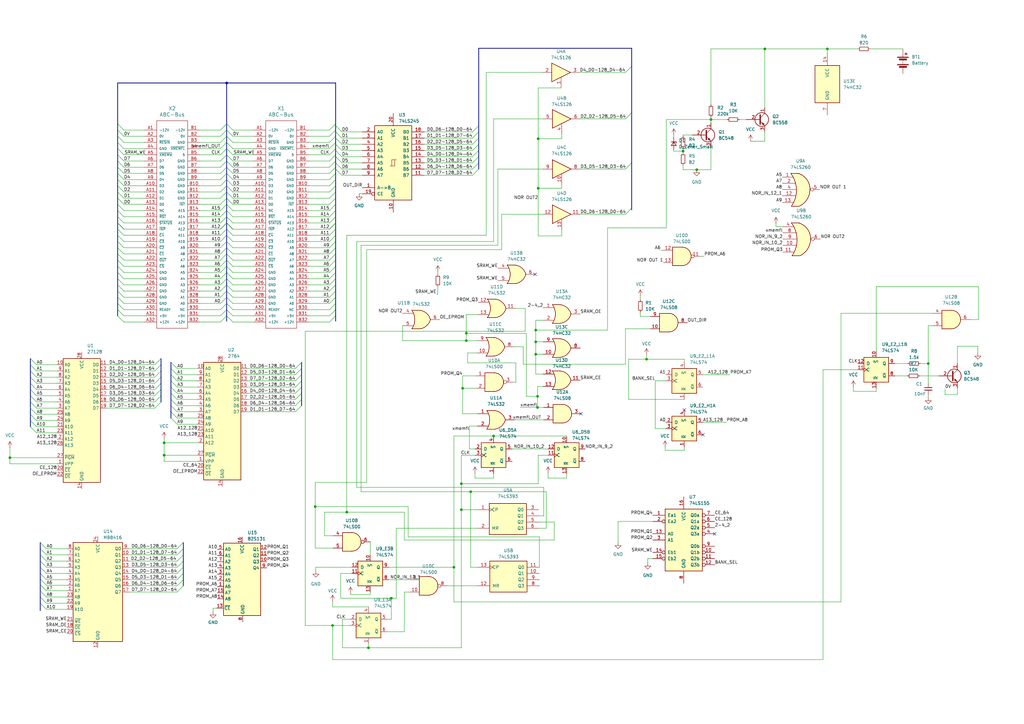
<source format=kicad_sch>
(kicad_sch (version 20230121) (generator eeschema)

  (uuid 1fe80e5b-6853-4540-b8de-9c1cdbc71886)

  (paper "A3")

  

  (junction (at 160.528 245.364) (diameter 0) (color 0 0 0 0)
    (uuid 083a0085-13c7-4879-bbc6-3e7f6a003d9c)
  )
  (junction (at 220.726 77.216) (diameter 0) (color 0 0 0 0)
    (uuid 17c54398-d9bd-471c-823b-f1e0c7976a79)
  )
  (junction (at 280.162 61.976) (diameter 0) (color 0 0 0 0)
    (uuid 19d150c0-3be4-4328-951c-4cc57f9bc27a)
  )
  (junction (at 151.13 265.684) (diameter 0) (color 0 0 0 0)
    (uuid 1e6fd41b-f533-4a99-bd91-dadef818be6e)
  )
  (junction (at 129.286 207.772) (diameter 0) (color 0 0 0 0)
    (uuid 216eb43b-857a-4b33-a98a-52d44c377991)
  )
  (junction (at 291.592 49.022) (diameter 0) (color 0 0 0 0)
    (uuid 257cef61-b184-4320-9dc1-16f40f370b46)
  )
  (junction (at 220.472 162.56) (diameter 0) (color 0 0 0 0)
    (uuid 2a882c47-68dc-4400-937f-50a068e0d055)
  )
  (junction (at 136.398 256.54) (diameter 0) (color 0 0 0 0)
    (uuid 3329aa7b-ce4c-4226-a32c-8878ec227235)
  )
  (junction (at 189.23 209.042) (diameter 0) (color 0 0 0 0)
    (uuid 33314958-3819-4d34-b5b9-f22a580ec9b4)
  )
  (junction (at 189.23 198.374) (diameter 0) (color 0 0 0 0)
    (uuid 3b1594c7-9f19-4299-8808-577339731381)
  )
  (junction (at 67.31 181.61) (diameter 0) (color 0 0 0 0)
    (uuid 3b36ae99-999b-4ef2-98d3-a89de6641b72)
  )
  (junction (at 380.746 149.098) (diameter 0) (color 0 0 0 0)
    (uuid 3e50b6b0-37fc-43b0-b637-dd04b23a8459)
  )
  (junction (at 219.71 140.208) (diameter 0) (color 0 0 0 0)
    (uuid 48e06f28-fa2e-404a-a44b-2adaccdd151a)
  )
  (junction (at 92.964 34.036) (diameter 0) (color 0 0 0 0)
    (uuid 492a6a70-6e7d-422c-a64d-1c8f0df935dd)
  )
  (junction (at 191.262 136.652) (diameter 0) (color 0 0 0 0)
    (uuid 51f71279-1231-441d-beac-ddf5dc317663)
  )
  (junction (at 186.182 232.664) (diameter 0) (color 0 0 0 0)
    (uuid 5b7c04a5-ab1a-4874-a2be-fddb27209822)
  )
  (junction (at 193.04 201.676) (diameter 0) (color 0 0 0 0)
    (uuid 8c86044b-3c04-4d4e-b64a-9cf7007e580d)
  )
  (junction (at 265.176 147.32) (diameter 0) (color 0 0 0 0)
    (uuid 8e80f299-3fe9-4ded-93e0-c9a450467528)
  )
  (junction (at 220.472 167.132) (diameter 0) (color 0 0 0 0)
    (uuid 94566f0b-e37a-4ecc-a454-4c8d1d1a8108)
  )
  (junction (at 189.738 159.258) (diameter 0) (color 0 0 0 0)
    (uuid 977d3528-35ac-47b4-b3bd-eb44ad5ba086)
  )
  (junction (at 313.69 20.066) (diameter 0) (color 0 0 0 0)
    (uuid 9e3c81f2-434e-441e-b5bf-d8eaa1dd1d1a)
  )
  (junction (at 4.064 187.706) (diameter 0) (color 0 0 0 0)
    (uuid bccf581e-520b-449b-895b-116a0c963571)
  )
  (junction (at 339.344 20.066) (diameter 0) (color 0 0 0 0)
    (uuid d3cc2123-9686-45d8-babf-23bbd1464c6a)
  )
  (junction (at 191.262 139.7) (diameter 0) (color 0 0 0 0)
    (uuid d688639f-454f-4fae-91da-986359c12e45)
  )
  (junction (at 202.438 178.816) (diameter 0) (color 0 0 0 0)
    (uuid dfdfe3cf-a4dd-4304-97f5-0bc0c98da958)
  )
  (junction (at 219.71 145.288) (diameter 0) (color 0 0 0 0)
    (uuid ea4cd59a-d1b7-4612-8cf6-9feeec9faa27)
  )
  (junction (at 285.75 69.596) (diameter 0) (color 0 0 0 0)
    (uuid ec608603-0d0d-40a5-914d-05f902e033b1)
  )
  (junction (at 220.726 56.896) (diameter 0) (color 0 0 0 0)
    (uuid f051310c-6309-45b9-b28a-018e19c461a3)
  )
  (junction (at 219.71 135.382) (diameter 0) (color 0 0 0 0)
    (uuid f08b0c86-37d2-46d8-8bca-c0398c12cf33)
  )
  (junction (at 142.24 210.058) (diameter 0) (color 0 0 0 0)
    (uuid f729d6d2-e27d-48f1-8808-8d27fcea1b33)
  )
  (junction (at 67.31 186.69) (diameter 0) (color 0 0 0 0)
    (uuid fcdcc982-0a29-40b8-99f5-4e6a46306a79)
  )

  (no_connect (at 288.29 178.308) (uuid 615fc501-b435-48c7-8082-e0461a956443))
  (no_connect (at 280.67 168.148) (uuid 721193dd-6fb6-467c-a0e1-5cee5b782fec))
  (no_connect (at 219.456 112.522) (uuid 8817e129-ed40-4735-9c5c-59f040d38a48))
  (no_connect (at 293.116 218.948) (uuid 8ea4d7b7-08d1-43b9-94c3-629059cd826a))
  (no_connect (at 238.252 169.672) (uuid dba34b95-96cf-4ae7-abe0-acfc19bd1637))

  (bus_entry (at 92.964 91.44) (size 2.54 2.54)
    (stroke (width 0) (type default))
    (uuid 00485251-7805-4fdd-9fe5-8a21388bb0de)
  )
  (bus_entry (at 48.26 114.3) (size 2.54 2.54)
    (stroke (width 0) (type default))
    (uuid 00970c4d-ac11-4178-810d-b25b944f259f)
  )
  (bus_entry (at 92.964 76.2) (size -2.54 2.54)
    (stroke (width 0) (type default))
    (uuid 024591ca-04d1-40a5-ba59-e8f1d2c95f5c)
  )
  (bus_entry (at 137.668 73.66) (size -2.54 2.54)
    (stroke (width 0) (type default))
    (uuid 03d08e0d-d5a0-42e2-ac71-65ef530bb2de)
  )
  (bus_entry (at 12.446 149.606) (size 2.54 2.54)
    (stroke (width 0) (type default))
    (uuid 0581ff5a-901e-4bea-ae02-73079f9d3277)
  )
  (bus_entry (at 92.964 99.06) (size -2.54 2.54)
    (stroke (width 0) (type default))
    (uuid 0622a24e-2279-4c10-b919-9a05f7ed734e)
  )
  (bus_entry (at 75.184 225.044) (size -2.54 2.54)
    (stroke (width 0) (type default))
    (uuid 06fb63aa-c0c8-45b6-8e1f-3851f2c3bfcd)
  )
  (bus_entry (at 48.26 91.44) (size 2.54 2.54)
    (stroke (width 0) (type default))
    (uuid 0780eada-d977-4412-a546-42f360b275b6)
  )
  (bus_entry (at 66.04 147.066) (size -2.54 2.54)
    (stroke (width 0) (type default))
    (uuid 09c63a05-536b-46fa-a7cc-7018800e4086)
  )
  (bus_entry (at 92.964 78.74) (size -2.54 2.54)
    (stroke (width 0) (type default))
    (uuid 0b056d9f-8df9-424a-8e16-aa6b1ebd14f6)
  )
  (bus_entry (at 137.668 78.74) (size -2.54 2.54)
    (stroke (width 0) (type default))
    (uuid 0ebaccf4-3860-418e-bf7a-c1953d96477f)
  )
  (bus_entry (at 48.26 63.5) (size 2.54 2.54)
    (stroke (width 0) (type default))
    (uuid 0efa25d1-97b2-4b16-afef-355a8227df06)
  )
  (bus_entry (at 123.698 153.67) (size -2.54 2.54)
    (stroke (width 0) (type default))
    (uuid 0ff4aea1-4e77-4e15-98b4-1cd6b641e647)
  )
  (bus_entry (at 137.668 106.68) (size -2.54 2.54)
    (stroke (width 0) (type default))
    (uuid 1011765d-bb98-4b36-9b21-75afbaa8d53c)
  )
  (bus_entry (at 92.964 111.76) (size -2.54 2.54)
    (stroke (width 0) (type default))
    (uuid 10d3ed89-6a19-4757-9559-41d781bda973)
  )
  (bus_entry (at 92.964 104.14) (size 2.54 2.54)
    (stroke (width 0) (type default))
    (uuid 10e6b49d-cbb5-4391-872e-1089badee338)
  )
  (bus_entry (at 70.104 168.91) (size 2.54 2.54)
    (stroke (width 0) (type default))
    (uuid 117d9d80-4def-4039-8e87-3790d1f6ddd7)
  )
  (bus_entry (at 92.964 60.96) (size 2.54 2.54)
    (stroke (width 0) (type default))
    (uuid 11e801a1-68c7-4793-85aa-1a781fe0c3d9)
  )
  (bus_entry (at 137.668 127) (size -2.54 2.54)
    (stroke (width 0) (type default))
    (uuid 14cee741-f971-4569-8cbc-7b5624ab7429)
  )
  (bus_entry (at 256.54 29.718) (size 2.54 -2.54)
    (stroke (width 0) (type default))
    (uuid 152865c9-8ed3-410e-a222-8367886d9dfb)
  )
  (bus_entry (at 256.54 87.884) (size 2.54 -2.54)
    (stroke (width 0) (type default))
    (uuid 15b6299f-2d8a-4ed4-9004-eb21644682b7)
  )
  (bus_entry (at 137.668 64.262) (size 2.54 2.54)
    (stroke (width 0) (type default))
    (uuid 16a1ce12-a446-4c17-a6bc-9d5ee6281324)
  )
  (bus_entry (at 92.964 109.22) (size 2.54 2.54)
    (stroke (width 0) (type default))
    (uuid 19dd9647-e648-409a-aa3e-7b56465a45b9)
  )
  (bus_entry (at 92.964 83.82) (size -2.54 2.54)
    (stroke (width 0) (type default))
    (uuid 1ac048cf-09ec-46dd-89a7-f7f0370d2c08)
  )
  (bus_entry (at 12.446 152.146) (size 2.54 2.54)
    (stroke (width 0) (type default))
    (uuid 1d947fbc-c8df-4510-b135-b754dc9dd2a7)
  )
  (bus_entry (at 92.964 66.04) (size 2.54 2.54)
    (stroke (width 0) (type default))
    (uuid 1df21f75-9fef-4229-933a-595fba479956)
  )
  (bus_entry (at 92.964 121.92) (size 2.54 2.54)
    (stroke (width 0) (type default))
    (uuid 202657b9-b5ba-4d22-97ee-50a4f951fca3)
  )
  (bus_entry (at 92.964 55.88) (size 2.54 2.54)
    (stroke (width 0) (type default))
    (uuid 209fa626-8ee5-4b05-bcd0-069b6faa3a00)
  )
  (bus_entry (at 92.964 88.9) (size -2.54 2.54)
    (stroke (width 0) (type default))
    (uuid 20d2d5a8-f2e8-4973-9483-62c57ce2d615)
  )
  (bus_entry (at 16.51 235.204) (size 2.54 2.54)
    (stroke (width 0) (type default))
    (uuid 2410d5ef-4767-4611-94c4-c7b4fa6124cb)
  )
  (bus_entry (at 137.668 101.6) (size -2.54 2.54)
    (stroke (width 0) (type default))
    (uuid 24149c4e-195e-4e2f-ade7-38d40653f89b)
  )
  (bus_entry (at 48.26 66.04) (size 2.54 2.54)
    (stroke (width 0) (type default))
    (uuid 249a46fb-595c-4716-8a11-6d5a94d25205)
  )
  (bus_entry (at 137.668 66.802) (size 2.54 2.54)
    (stroke (width 0) (type default))
    (uuid 24f6d23c-a7d0-40c1-9d44-6fd8eef8cdb6)
  )
  (bus_entry (at 137.668 69.342) (size 2.54 2.54)
    (stroke (width 0) (type default))
    (uuid 25cb046d-24eb-4213-ab73-f9de3f895d0b)
  )
  (bus_entry (at 66.04 154.686) (size -2.54 2.54)
    (stroke (width 0) (type default))
    (uuid 27306a72-67e4-441d-b808-97ca4f9745f2)
  )
  (bus_entry (at 92.964 114.3) (size -2.54 2.54)
    (stroke (width 0) (type default))
    (uuid 280243c0-3af9-4c7a-9718-552a6ebab0d7)
  )
  (bus_entry (at 92.964 63.5) (size 2.54 2.54)
    (stroke (width 0) (type default))
    (uuid 28106c80-793a-4c4a-80fb-4a87b98146dc)
  )
  (bus_entry (at 12.446 159.766) (size 2.54 2.54)
    (stroke (width 0) (type default))
    (uuid 286e7eb4-2b8f-433c-b353-1d45e20ff19e)
  )
  (bus_entry (at 12.446 175.006) (size 2.54 2.54)
    (stroke (width 0) (type default))
    (uuid 29a18c7c-546f-4387-92a4-06ab0e43892e)
  )
  (bus_entry (at 92.964 121.92) (size -2.54 2.54)
    (stroke (width 0) (type default))
    (uuid 29ceb423-1639-441a-82e0-97a444c6d10b)
  )
  (bus_entry (at 48.26 55.88) (size 2.54 2.54)
    (stroke (width 0) (type default))
    (uuid 2bfa4ecb-151d-4782-b445-b9bd9ba73db5)
  )
  (bus_entry (at 137.668 58.42) (size -2.54 2.54)
    (stroke (width 0) (type default))
    (uuid 2dcf0fd2-0d18-4fff-b5b4-5ba214878186)
  )
  (bus_entry (at 16.51 247.396) (size 2.54 2.54)
    (stroke (width 0) (type default))
    (uuid 2e7da94f-e22b-415f-aeba-5ed5dd52cd4c)
  )
  (bus_entry (at 137.668 114.3) (size -2.54 2.54)
    (stroke (width 0) (type default))
    (uuid 3046bc44-ca88-4a2a-b9b0-9d0183cb8593)
  )
  (bus_entry (at 12.446 167.386) (size 2.54 2.54)
    (stroke (width 0) (type default))
    (uuid 3063d7ce-ba57-41c5-893e-1282b1b671d0)
  )
  (bus_entry (at 137.668 56.642) (size 2.54 2.54)
    (stroke (width 0) (type default))
    (uuid 31501e8f-1528-4de0-9829-0c67c62d7607)
  )
  (bus_entry (at 12.446 172.466) (size 2.54 2.54)
    (stroke (width 0) (type default))
    (uuid 321b629d-b67f-43f1-ae1e-a30adc781263)
  )
  (bus_entry (at 48.26 68.58) (size 2.54 2.54)
    (stroke (width 0) (type default))
    (uuid 333eda34-c0d3-4912-8721-c8c7cbed818d)
  )
  (bus_entry (at 48.26 119.38) (size 2.54 2.54)
    (stroke (width 0) (type default))
    (uuid 33f87245-c97b-4f85-bcdd-6e2ac642e9bc)
  )
  (bus_entry (at 92.964 55.88) (size -2.54 2.54)
    (stroke (width 0) (type default))
    (uuid 35be44ee-4962-4e7f-8b6a-8258d6e5b11e)
  )
  (bus_entry (at 66.04 149.606) (size -2.54 2.54)
    (stroke (width 0) (type default))
    (uuid 35db8396-eb02-49cf-934d-65bf492e1f1a)
  )
  (bus_entry (at 12.446 169.926) (size 2.54 2.54)
    (stroke (width 0) (type default))
    (uuid 3872e11b-8a84-4d7d-8be7-856bbc8de274)
  )
  (bus_entry (at 137.668 54.102) (size 2.54 2.54)
    (stroke (width 0) (type default))
    (uuid 3a8f009f-fa11-458f-90d0-6a72a3bfd769)
  )
  (bus_entry (at 196.342 61.722) (size -2.54 2.54)
    (stroke (width 0) (type default))
    (uuid 3cf2a6b8-034f-46a0-be58-de05e879f03f)
  )
  (bus_entry (at 92.964 71.12) (size 2.54 2.54)
    (stroke (width 0) (type default))
    (uuid 3de19e06-57e8-4516-a646-8eb6f9a5805e)
  )
  (bus_entry (at 48.26 73.66) (size 2.54 2.54)
    (stroke (width 0) (type default))
    (uuid 3ffd3f79-e7cf-4ef2-ae4a-af95471d67c6)
  )
  (bus_entry (at 137.668 60.96) (size -2.54 2.54)
    (stroke (width 0) (type default))
    (uuid 40332f82-e8c4-43a7-bd8e-51398f3a94d9)
  )
  (bus_entry (at 92.964 71.12) (size -2.54 2.54)
    (stroke (width 0) (type default))
    (uuid 406c8876-e82b-4251-a23a-dbb1c01e59b1)
  )
  (bus_entry (at 48.26 91.44) (size 2.54 2.54)
    (stroke (width 0) (type default))
    (uuid 40f2eb4b-873d-43c3-be3b-eca881e34cf3)
  )
  (bus_entry (at 137.668 88.9) (size -2.54 2.54)
    (stroke (width 0) (type default))
    (uuid 432d308b-d900-4cbb-a95c-810ea976228c)
  )
  (bus_entry (at 16.51 222.504) (size 2.54 2.54)
    (stroke (width 0) (type default))
    (uuid 44a166f6-dae6-4a0e-84b5-48bbe6b880de)
  )
  (bus_entry (at 137.668 83.82) (size -2.54 2.54)
    (stroke (width 0) (type default))
    (uuid 453019ad-d965-449d-93bc-8ebeaee9e01f)
  )
  (bus_entry (at 137.668 71.12) (size -2.54 2.54)
    (stroke (width 0) (type default))
    (uuid 4b0b29bc-d68a-4fe3-8514-2bb25e3b5af7)
  )
  (bus_entry (at 70.104 151.13) (size 2.54 2.54)
    (stroke (width 0) (type default))
    (uuid 4da51867-6301-4395-93da-191735760f67)
  )
  (bus_entry (at 70.104 166.37) (size 2.54 2.54)
    (stroke (width 0) (type default))
    (uuid 4e27a7ea-c442-4b68-aab9-4f5b76093964)
  )
  (bus_entry (at 16.51 239.776) (size 2.54 2.54)
    (stroke (width 0) (type default))
    (uuid 4ea295e6-7d5b-42a2-8c59-d47c5aa08860)
  )
  (bus_entry (at 48.26 78.74) (size 2.54 2.54)
    (stroke (width 0) (type default))
    (uuid 4ee8fac0-2f0d-42e4-9756-8d6cf44f8092)
  )
  (bus_entry (at 48.26 96.52) (size 2.54 2.54)
    (stroke (width 0) (type default))
    (uuid 503fd952-84ed-4f79-97b0-315e616ac8be)
  )
  (bus_entry (at 92.964 119.38) (size -2.54 2.54)
    (stroke (width 0) (type default))
    (uuid 51478c2b-4b61-4bd1-8f17-b2b6edde99d2)
  )
  (bus_entry (at 12.446 162.306) (size 2.54 2.54)
    (stroke (width 0) (type default))
    (uuid 51c1cdfa-da98-4aa1-b936-3ca968ac724f)
  )
  (bus_entry (at 48.26 58.42) (size 2.54 2.54)
    (stroke (width 0) (type default))
    (uuid 51df976c-c60d-42ff-a09d-5eac43dd42f1)
  )
  (bus_entry (at 48.26 109.22) (size 2.54 2.54)
    (stroke (width 0) (type default))
    (uuid 54c7f117-b931-4828-9f14-6820bb1a1fbb)
  )
  (bus_entry (at 66.04 164.846) (size -2.54 2.54)
    (stroke (width 0) (type default))
    (uuid 557a7558-f7cd-4d82-ac87-347563dfb50b)
  )
  (bus_entry (at 48.26 71.12) (size 2.54 2.54)
    (stroke (width 0) (type default))
    (uuid 56194b22-3a66-4e30-8a5c-d1a9c80e6c76)
  )
  (bus_entry (at 92.964 93.98) (size -2.54 2.54)
    (stroke (width 0) (type default))
    (uuid 56b51a65-85e2-4cb8-ac70-2b17a19683ff)
  )
  (bus_entry (at 75.184 222.504) (size -2.54 2.54)
    (stroke (width 0) (type default))
    (uuid 5824722d-e47f-45fa-bd05-d6d02e22b01f)
  )
  (bus_entry (at 137.668 124.46) (size -2.54 2.54)
    (stroke (width 0) (type default))
    (uuid 5a78922c-2949-4d74-9e9e-1d5447985bbe)
  )
  (bus_entry (at 196.342 66.802) (size -2.54 2.54)
    (stroke (width 0) (type default))
    (uuid 5c8d00ee-f0c1-4eda-93be-1e500f4ebaba)
  )
  (bus_entry (at 92.964 99.06) (size 2.54 2.54)
    (stroke (width 0) (type default))
    (uuid 5e3cb4db-e74e-4418-a05f-fa3709f1a30f)
  )
  (bus_entry (at 48.26 116.84) (size 2.54 2.54)
    (stroke (width 0) (type default))
    (uuid 5eb31a6f-c6da-4439-9e0c-b60ba319da60)
  )
  (bus_entry (at 92.964 66.04) (size -2.54 2.54)
    (stroke (width 0) (type default))
    (uuid 5f07f4c3-954a-4745-96ac-5e69f885aefc)
  )
  (bus_entry (at 123.698 161.29) (size -2.54 2.54)
    (stroke (width 0) (type default))
    (uuid 5f425365-593a-4d8c-838a-6b475e42dc8c)
  )
  (bus_entry (at 137.668 116.84) (size -2.54 2.54)
    (stroke (width 0) (type default))
    (uuid 5f6dc6c0-78b1-45ed-8dbe-bd2cb57e81f2)
  )
  (bus_entry (at 12.446 157.226) (size 2.54 2.54)
    (stroke (width 0) (type default))
    (uuid 641fe215-e210-4dc9-9e9b-ddcdfcc613f5)
  )
  (bus_entry (at 16.51 244.856) (size 2.54 2.54)
    (stroke (width 0) (type default))
    (uuid 650647e8-c848-40e1-bc63-d4eaab478061)
  )
  (bus_entry (at 196.342 51.562) (size -2.54 2.54)
    (stroke (width 0) (type default))
    (uuid 655a37c3-d44c-425b-bc17-b2d157f195b0)
  )
  (bus_entry (at 48.26 104.14) (size 2.54 2.54)
    (stroke (width 0) (type default))
    (uuid 675feeab-93f8-456b-876d-369b6c5eec71)
  )
  (bus_entry (at 92.964 124.46) (size 2.54 2.54)
    (stroke (width 0) (type default))
    (uuid 680204c5-61c6-4193-a8ce-a71d36259af0)
  )
  (bus_entry (at 123.698 166.37) (size -2.54 2.54)
    (stroke (width 0) (type default))
    (uuid 6813655f-8f01-49c3-a89c-d88dec0e0145)
  )
  (bus_entry (at 66.04 157.226) (size -2.54 2.54)
    (stroke (width 0) (type default))
    (uuid 6933b56a-e7bf-4c7a-b284-8f266c4071cf)
  )
  (bus_entry (at 92.964 109.22) (size -2.54 2.54)
    (stroke (width 0) (type default))
    (uuid 69c7e5f3-0e25-4a73-aee4-cfee8beced52)
  )
  (bus_entry (at 137.668 91.44) (size -2.54 2.54)
    (stroke (width 0) (type default))
    (uuid 6da2453e-7d4c-499b-ad9b-004a859294e6)
  )
  (bus_entry (at 137.668 51.562) (size 2.54 2.54)
    (stroke (width 0) (type default))
    (uuid 6f3ad3a3-5019-4e21-8555-6652ac6a8e89)
  )
  (bus_entry (at 92.964 101.6) (size -2.54 2.54)
    (stroke (width 0) (type default))
    (uuid 70861b44-e278-4cc6-b413-3449f53f0375)
  )
  (bus_entry (at 92.964 127) (size -2.54 2.54)
    (stroke (width 0) (type default))
    (uuid 70b24869-6a5c-45ed-94a4-a1348b6cb151)
  )
  (bus_entry (at 196.342 59.182) (size -2.54 2.54)
    (stroke (width 0) (type default))
    (uuid 72e3cb9b-4a0e-4f36-a3b0-99729da474f3)
  )
  (bus_entry (at 48.26 93.98) (size 2.54 2.54)
    (stroke (width 0) (type default))
    (uuid 758ecc7a-39e6-4e08-b58e-cfc973603489)
  )
  (bus_entry (at 92.964 106.68) (size -2.54 2.54)
    (stroke (width 0) (type default))
    (uuid 79256b7e-a937-4876-8071-afb78b3f7105)
  )
  (bus_entry (at 92.964 106.68) (size 2.54 2.54)
    (stroke (width 0) (type default))
    (uuid 7972a393-69d1-47ca-8cba-5ba862efcbb3)
  )
  (bus_entry (at 92.964 129.54) (size 2.54 2.54)
    (stroke (width 0) (type default))
    (uuid 7a1cedd8-4cbc-4829-8378-b969bb0fe3b9)
  )
  (bus_entry (at 92.964 58.42) (size 2.54 2.54)
    (stroke (width 0) (type default))
    (uuid 7a29215e-a579-4039-abd8-41a198c214f0)
  )
  (bus_entry (at 48.26 121.92) (size 2.54 2.54)
    (stroke (width 0) (type default))
    (uuid 7b531614-3520-47b7-b3d1-1269fa0df56e)
  )
  (bus_entry (at 70.104 163.83) (size 2.54 2.54)
    (stroke (width 0) (type default))
    (uuid 7b7ce5dd-283d-4f66-b7f3-557d40982532)
  )
  (bus_entry (at 12.446 147.066) (size 2.54 2.54)
    (stroke (width 0) (type default))
    (uuid 7edd3edf-6791-4ff5-9d77-8bbe00f388bc)
  )
  (bus_entry (at 137.668 104.14) (size -2.54 2.54)
    (stroke (width 0) (type default))
    (uuid 8151bf7e-b741-4fc5-a2cf-cf6f916da14d)
  )
  (bus_entry (at 92.964 83.82) (size 2.54 2.54)
    (stroke (width 0) (type default))
    (uuid 82074177-6800-4a02-acaa-c67aa5cd741f)
  )
  (bus_entry (at 123.698 156.21) (size -2.54 2.54)
    (stroke (width 0) (type default))
    (uuid 822e0328-edfe-4800-84d1-51f738043f65)
  )
  (bus_entry (at 92.964 124.46) (size -2.54 2.54)
    (stroke (width 0) (type default))
    (uuid 8278d704-96a5-460d-82a5-ece6fdf71085)
  )
  (bus_entry (at 137.668 86.36) (size -2.54 2.54)
    (stroke (width 0) (type default))
    (uuid 85fe31a6-0f57-4ad1-9f37-8ca8c151f041)
  )
  (bus_entry (at 48.26 88.9) (size 2.54 2.54)
    (stroke (width 0) (type default))
    (uuid 866cba33-9650-4ceb-918f-83ea3c2d673e)
  )
  (bus_entry (at 16.51 237.49) (size 2.54 2.54)
    (stroke (width 0) (type default))
    (uuid 8704fa1d-391f-4f43-b5ae-046298118dd1)
  )
  (bus_entry (at 92.964 96.52) (size 2.54 2.54)
    (stroke (width 0) (type default))
    (uuid 88dd2bff-b1ca-4bb2-9967-d966b530723a)
  )
  (bus_entry (at 92.964 73.66) (size 2.54 2.54)
    (stroke (width 0) (type default))
    (uuid 8b1d9437-652c-4b9b-99be-91ce60760eba)
  )
  (bus_entry (at 75.184 240.284) (size -2.54 2.54)
    (stroke (width 0) (type default))
    (uuid 8bda88ae-5e0f-44d8-a5b2-64c8c4fb30e1)
  )
  (bus_entry (at 66.04 159.766) (size -2.54 2.54)
    (stroke (width 0) (type default))
    (uuid 8dfc492e-3236-43df-bb7a-56ea3e981626)
  )
  (bus_entry (at 70.104 161.29) (size 2.54 2.54)
    (stroke (width 0) (type default))
    (uuid 8e961da6-1f55-415c-b0d2-796190d12504)
  )
  (bus_entry (at 137.668 59.182) (size 2.54 2.54)
    (stroke (width 0) (type default))
    (uuid 903a8251-4ea6-499f-8f1a-1ab7295882ab)
  )
  (bus_entry (at 75.184 232.664) (size -2.54 2.54)
    (stroke (width 0) (type default))
    (uuid 931226dc-ed4c-46bb-9e9c-826db0b4d98e)
  )
  (bus_entry (at 16.51 227.584) (size 2.54 2.54)
    (stroke (width 0) (type default))
    (uuid 9331b0c3-8167-4d12-9035-19d4d8ca9937)
  )
  (bus_entry (at 70.104 171.45) (size 2.54 2.54)
    (stroke (width 0) (type default))
    (uuid 95f86eb5-fef2-4c11-beef-62870f26cbdd)
  )
  (bus_entry (at 92.964 93.98) (size 2.54 2.54)
    (stroke (width 0) (type default))
    (uuid 980a6ed3-e184-4e86-b1fd-29cefbb08d3b)
  )
  (bus_entry (at 137.668 66.04) (size -2.54 2.54)
    (stroke (width 0) (type default))
    (uuid 9b05e0de-181b-47b8-8926-4f89b53baa31)
  )
  (bus_entry (at 92.964 127) (size 2.54 2.54)
    (stroke (width 0) (type default))
    (uuid 9b8451bc-f0ba-4967-8838-58c42d9f64d6)
  )
  (bus_entry (at 137.668 119.38) (size -2.54 2.54)
    (stroke (width 0) (type default))
    (uuid 9c877e84-bd8e-4e98-83f2-9e135b7a8cfd)
  )
  (bus_entry (at 16.51 230.124) (size 2.54 2.54)
    (stroke (width 0) (type default))
    (uuid 9d0a3f09-a8e2-4d17-837c-a7ba967bb354)
  )
  (bus_entry (at 123.698 148.59) (size -2.54 2.54)
    (stroke (width 0) (type default))
    (uuid 9eb198a8-317b-44d8-b8cb-bd2d1639d7dc)
  )
  (bus_entry (at 70.104 148.59) (size 2.54 2.54)
    (stroke (width 0) (type default))
    (uuid 9ef9469c-8076-4dac-85ca-81c4485953b2)
  )
  (bus_entry (at 92.964 86.36) (size 2.54 2.54)
    (stroke (width 0) (type default))
    (uuid 9f2a5e5c-1902-4441-9d3f-64f3577699bd)
  )
  (bus_entry (at 137.668 93.98) (size -2.54 2.54)
    (stroke (width 0) (type default))
    (uuid a0ab399d-8cd0-43b9-8372-ec68c77708c4)
  )
  (bus_entry (at 137.668 96.52) (size -2.54 2.54)
    (stroke (width 0) (type default))
    (uuid a3253bab-b4a9-4776-a8e9-29fd09129348)
  )
  (bus_entry (at 92.964 68.58) (size -2.54 2.54)
    (stroke (width 0) (type default))
    (uuid a4a9b17a-301d-49a5-9c19-2dfc5bc12d44)
  )
  (bus_entry (at 92.964 68.58) (size 2.54 2.54)
    (stroke (width 0) (type default))
    (uuid a5e8e825-beb6-4045-abba-707ad09d9184)
  )
  (bus_entry (at 48.26 76.2) (size 2.54 2.54)
    (stroke (width 0) (type default))
    (uuid a6ee56b6-24b1-47ff-a8cd-b0b16697eb2b)
  )
  (bus_entry (at 137.668 109.22) (size -2.54 2.54)
    (stroke (width 0) (type default))
    (uuid aab4b424-1bb1-4457-b50d-9105542483c3)
  )
  (bus_entry (at 137.668 91.44) (size -2.54 2.54)
    (stroke (width 0) (type default))
    (uuid ace14061-88ef-46fb-8981-43322a66f0ae)
  )
  (bus_entry (at 48.26 127) (size 2.54 2.54)
    (stroke (width 0) (type default))
    (uuid adfb7293-f1fd-4349-b11e-9597dfab4207)
  )
  (bus_entry (at 137.668 76.2) (size -2.54 2.54)
    (stroke (width 0) (type default))
    (uuid af6e3056-1110-4f98-8e56-da5e57a82465)
  )
  (bus_entry (at 48.26 124.46) (size 2.54 2.54)
    (stroke (width 0) (type default))
    (uuid b05262ec-0b97-41db-b0a5-c2e00dde177e)
  )
  (bus_entry (at 16.51 225.044) (size 2.54 2.54)
    (stroke (width 0) (type default))
    (uuid b4252cf2-ae35-479d-99f3-c097e7c3cb2c)
  )
  (bus_entry (at 256.54 69.342) (size 2.54 -2.54)
    (stroke (width 0) (type default))
    (uuid b4416df6-5f08-41ad-a64a-78ccedc3afe2)
  )
  (bus_entry (at 75.184 227.584) (size -2.54 2.54)
    (stroke (width 0) (type default))
    (uuid b45065a3-dee2-4173-bbdd-bbb59069fcd0)
  )
  (bus_entry (at 196.342 56.642) (size -2.54 2.54)
    (stroke (width 0) (type default))
    (uuid b62a7751-6368-45ff-baed-2160794b92b1)
  )
  (bus_entry (at 75.184 237.744) (size -2.54 2.54)
    (stroke (width 0) (type default))
    (uuid b6b85b82-f9b8-4423-adef-b4cad5f3e33a)
  )
  (bus_entry (at 70.104 156.21) (size 2.54 2.54)
    (stroke (width 0) (type default))
    (uuid bad8e25a-e115-4e89-b53e-e208fe465c02)
  )
  (bus_entry (at 92.964 81.28) (size -2.54 2.54)
    (stroke (width 0) (type default))
    (uuid bb2ecb53-7509-46c2-a08a-9d8f1dca808d)
  )
  (bus_entry (at 137.668 129.54) (size -2.54 2.54)
    (stroke (width 0) (type default))
    (uuid bb558bc0-a66d-4e97-9871-c45050903bb0)
  )
  (bus_entry (at 92.964 116.84) (size 2.54 2.54)
    (stroke (width 0) (type default))
    (uuid bc212751-dccf-4c7d-96fb-a5370a4b696c)
  )
  (bus_entry (at 66.04 162.306) (size -2.54 2.54)
    (stroke (width 0) (type default))
    (uuid bedc59dc-2f3c-44ee-ad6c-c7a316df6975)
  )
  (bus_entry (at 48.26 101.6) (size 2.54 2.54)
    (stroke (width 0) (type default))
    (uuid bf2c1603-ad4d-4388-aaff-9fa1e83165fa)
  )
  (bus_entry (at 123.698 158.75) (size -2.54 2.54)
    (stroke (width 0) (type default))
    (uuid c08ffb9f-459b-4576-a42d-ea0a154f74ea)
  )
  (bus_entry (at 48.26 83.82) (size 2.54 2.54)
    (stroke (width 0) (type default))
    (uuid c1028181-691f-4c05-a014-ac29bc61bc30)
  )
  (bus_entry (at 196.342 69.342) (size -2.54 2.54)
    (stroke (width 0) (type default))
    (uuid c179defa-35d3-4650-a794-ffe4c1fd0af8)
  )
  (bus_entry (at 92.964 58.42) (size -2.54 2.54)
    (stroke (width 0) (type default))
    (uuid c27ee0b1-4fe7-4dcd-9dc3-4681d59ffc2c)
  )
  (bus_entry (at 48.26 106.68) (size 2.54 2.54)
    (stroke (width 0) (type default))
    (uuid c44b238a-1182-46d4-81d4-af9358dcab81)
  )
  (bus_entry (at 12.446 154.686) (size 2.54 2.54)
    (stroke (width 0) (type default))
    (uuid c4a7816b-47eb-4771-bb50-81970f04fd5a)
  )
  (bus_entry (at 92.964 91.44) (size -2.54 2.54)
    (stroke (width 0) (type default))
    (uuid c4c1e666-415b-4be3-b14b-a3ce0f9ec457)
  )
  (bus_entry (at 48.26 99.06) (size 2.54 2.54)
    (stroke (width 0) (type default))
    (uuid c564d1c0-33f3-42bf-86d4-ebbe552b78d2)
  )
  (bus_entry (at 48.26 53.34) (size 2.54 2.54)
    (stroke (width 0) (type default))
    (uuid c5bfa45b-f67e-4c7f-abfc-a560ac8668ab)
  )
  (bus_entry (at 196.342 64.262) (size -2.54 2.54)
    (stroke (width 0) (type default))
    (uuid c5d49e65-a07f-4f72-bed9-085782069521)
  )
  (bus_entry (at 137.668 99.06) (size -2.54 2.54)
    (stroke (width 0) (type default))
    (uuid c77d3ac4-bb51-4b50-9998-8d214dcf6402)
  )
  (bus_entry (at 48.26 50.8) (size 2.54 2.54)
    (stroke (width 0) (type default))
    (uuid c7e02c31-8ab8-4b45-ab89-4289fc2d3c28)
  )
  (bus_entry (at 92.964 53.34) (size 2.54 2.54)
    (stroke (width 0) (type default))
    (uuid caafd1cb-9663-450e-97fd-3def1217742c)
  )
  (bus_entry (at 123.698 163.83) (size -2.54 2.54)
    (stroke (width 0) (type default))
    (uuid cb1cb960-eba0-4a9c-aa2d-9ed532c06c93)
  )
  (bus_entry (at 92.964 91.44) (size 2.54 2.54)
    (stroke (width 0) (type default))
    (uuid cc03939e-97dc-48c4-b49d-6663d52ed797)
  )
  (bus_entry (at 92.964 101.6) (size 2.54 2.54)
    (stroke (width 0) (type default))
    (uuid cca0d501-0845-4e3d-98ca-68972496543c)
  )
  (bus_entry (at 137.668 81.28) (size -2.54 2.54)
    (stroke (width 0) (type default))
    (uuid cd74a372-cf9b-48b2-9bd6-49d6e67df3d0)
  )
  (bus_entry (at 137.668 50.8) (size -2.54 2.54)
    (stroke (width 0) (type default))
    (uuid cdb0b090-467a-450a-9b96-8601b365a775)
  )
  (bus_entry (at 70.104 153.67) (size 2.54 2.54)
    (stroke (width 0) (type default))
    (uuid cf32ca7e-2399-4bc8-a2d8-973610f21da0)
  )
  (bus_entry (at 137.668 55.88) (size -2.54 2.54)
    (stroke (width 0) (type default))
    (uuid d07e86d5-a055-45bd-b32f-b66e18d9269e)
  )
  (bus_entry (at 92.964 63.5) (size -2.54 2.54)
    (stroke (width 0) (type default))
    (uuid d38af1dc-64a3-42eb-b6ee-3ea376448beb)
  )
  (bus_entry (at 92.964 119.38) (size 2.54 2.54)
    (stroke (width 0) (type default))
    (uuid d3b4d563-f69c-4b14-a249-71aca0f144da)
  )
  (bus_entry (at 48.26 86.36) (size 2.54 2.54)
    (stroke (width 0) (type default))
    (uuid d49aa59a-6b31-4b5b-b539-f4828fed52ec)
  )
  (bus_entry (at 70.104 158.75) (size 2.54 2.54)
    (stroke (width 0) (type default))
    (uuid d500e36a-7dd2-47e7-a4a9-20ecce490700)
  )
  (bus_entry (at 92.964 88.9) (size 2.54 2.54)
    (stroke (width 0) (type default))
    (uuid d65ba250-7eca-4ee2-8230-d6928f2f62e8)
  )
  (bus_entry (at 256.54 48.768) (size 2.54 -2.54)
    (stroke (width 0) (type default))
    (uuid d7634cd4-144f-4aa0-ad6f-f2f8a2c8492d)
  )
  (bus_entry (at 92.964 91.44) (size -2.54 2.54)
    (stroke (width 0) (type default))
    (uuid d95bcd29-6a86-4ce7-9bfc-8bd2883f938b)
  )
  (bus_entry (at 92.964 50.8) (size -2.54 2.54)
    (stroke (width 0) (type default))
    (uuid d963bfe3-6550-437f-9595-e9136d746d63)
  )
  (bus_entry (at 137.668 61.722) (size 2.54 2.54)
    (stroke (width 0) (type default))
    (uuid dadf92bb-27b7-4efc-a7fc-13a848e3ce39)
  )
  (bus_entry (at 137.668 111.76) (size -2.54 2.54)
    (stroke (width 0) (type default))
    (uuid dcdc86a4-037b-4841-aae5-b1f8eef791b3)
  )
  (bus_entry (at 92.964 86.36) (size -2.54 2.54)
    (stroke (width 0) (type default))
    (uuid dd8e681d-ccb9-41cc-b068-6ec97745c86b)
  )
  (bus_entry (at 92.964 60.96) (size -2.54 2.54)
    (stroke (width 0) (type default))
    (uuid e1146f10-cd1c-44c3-8069-c258c6dafde9)
  )
  (bus_entry (at 48.26 111.76) (size 2.54 2.54)
    (stroke (width 0) (type default))
    (uuid e1d54f58-3e83-4020-92c6-d23cc97e03fd)
  )
  (bus_entry (at 66.04 152.146) (size -2.54 2.54)
    (stroke (width 0) (type default))
    (uuid e21b3ac6-3ed7-4033-89ed-2a284ec2b935)
  )
  (bus_entry (at 75.184 235.204) (size -2.54 2.54)
    (stroke (width 0) (type default))
    (uuid e41134e3-7ea1-4b50-bb8a-e3b66533058a)
  )
  (bus_entry (at 48.26 60.96) (size 2.54 2.54)
    (stroke (width 0) (type default))
    (uuid e47582b3-e400-4abc-827b-068c64854a9f)
  )
  (bus_entry (at 137.668 121.92) (size -2.54 2.54)
    (stroke (width 0) (type default))
    (uuid e506eb62-4a38-4189-9892-1a98c16c5e92)
  )
  (bus_entry (at 92.964 81.28) (size 2.54 2.54)
    (stroke (width 0) (type default))
    (uuid e74d3176-9f4f-40dc-ac14-0240920e3cdf)
  )
  (bus_entry (at 12.446 164.846) (size 2.54 2.54)
    (stroke (width 0) (type default))
    (uuid ea926186-5517-464b-aba2-958897be7376)
  )
  (bus_entry (at 137.668 63.5) (size -2.54 2.54)
    (stroke (width 0) (type default))
    (uuid ed0c06ee-ddf4-4bcd-9d32-3b68a29f793e)
  )
  (bus_entry (at 16.51 242.316) (size 2.54 2.54)
    (stroke (width 0) (type default))
    (uuid eecbd5d6-ad4b-4643-80a2-442ac480a58b)
  )
  (bus_entry (at 92.964 73.66) (size -2.54 2.54)
    (stroke (width 0) (type default))
    (uuid ef011055-8d2a-4400-a1ce-2367d04a0749)
  )
  (bus_entry (at 92.964 76.2) (size 2.54 2.54)
    (stroke (width 0) (type default))
    (uuid efd0243c-d486-45b4-8275-52834ab2c263)
  )
  (bus_entry (at 16.51 232.664) (size 2.54 2.54)
    (stroke (width 0) (type default))
    (uuid f11086d4-f1b7-4a55-85c2-da8aab0d1ef5)
  )
  (bus_entry (at 92.964 116.84) (size -2.54 2.54)
    (stroke (width 0) (type default))
    (uuid f134749a-e9e1-4a74-8b3b-391ed5c6317b)
  )
  (bus_entry (at 123.698 151.13) (size -2.54 2.54)
    (stroke (width 0) (type default))
    (uuid f154be28-5ba3-42ac-9c43-a811f6141131)
  )
  (bus_entry (at 92.964 78.74) (size 2.54 2.54)
    (stroke (width 0) (type default))
    (uuid f18682a1-c4c4-4df6-b107-36e13d82878e)
  )
  (bus_entry (at 92.964 96.52) (size -2.54 2.54)
    (stroke (width 0) (type default))
    (uuid f1b9a249-b05e-43cd-8764-9b7313953b21)
  )
  (bus_entry (at 92.964 111.76) (size 2.54 2.54)
    (stroke (width 0) (type default))
    (uuid f241b18d-2b00-4983-800a-d4078e3f3df9)
  )
  (bus_entry (at 92.964 129.54) (size -2.54 2.54)
    (stroke (width 0) (type default))
    (uuid f2baf8eb-0ea9-40e1-94ea-6690cebcdb99)
  )
  (bus_entry (at 48.26 129.54) (size 2.54 2.54)
    (stroke (width 0) (type default))
    (uuid f33aed1c-4363-4b0c-85ca-86274849d410)
  )
  (bus_entry (at 196.342 54.102) (size -2.54 2.54)
    (stroke (width 0) (type default))
    (uuid f5794b4b-39f2-4bc8-b302-07bd6bb24389)
  )
  (bus_entry (at 92.964 53.34) (size -2.54 2.54)
    (stroke (width 0) (type default))
    (uuid f7602330-4bca-453b-b2c5-c8e3e008f1f2)
  )
  (bus_entry (at 92.964 114.3) (size 2.54 2.54)
    (stroke (width 0) (type default))
    (uuid f7df53fc-46df-4041-bcbf-b37ef9c00425)
  )
  (bus_entry (at 137.668 68.58) (size -2.54 2.54)
    (stroke (width 0) (type default))
    (uuid f827b4ae-53a7-41f9-9619-8e1fe864b2d5)
  )
  (bus_entry (at 92.964 104.14) (size -2.54 2.54)
    (stroke (width 0) (type default))
    (uuid f9aa6343-a09e-4d8f-8e56-2185e4985a8a)
  )
  (bus_entry (at 75.184 230.124) (size -2.54 2.54)
    (stroke (width 0) (type default))
    (uuid fa8a72fd-cf85-46b1-aafe-ce3ed2408f86)
  )
  (bus_entry (at 92.964 50.8) (size 2.54 2.54)
    (stroke (width 0) (type default))
    (uuid fb5725fc-7f57-4b34-a8fc-6d3922b779a7)
  )
  (bus_entry (at 48.26 81.28) (size 2.54 2.54)
    (stroke (width 0) (type default))
    (uuid fc081622-d331-47a6-afc5-1e410b9e8427)
  )
  (bus_entry (at 137.668 53.34) (size -2.54 2.54)
    (stroke (width 0) (type default))
    (uuid fe249b8c-9210-4406-90bf-be9a2008a7c7)
  )

  (bus (pts (xy 92.964 106.68) (xy 92.964 109.22))
    (stroke (width 0) (type default))
    (uuid 00523979-7907-413d-a0bb-c90e6af46742)
  )
  (bus (pts (xy 92.964 99.06) (xy 92.964 101.6))
    (stroke (width 0) (type default))
    (uuid 0148f7af-b26b-40d9-84db-ff69261e97d8)
  )

  (wire (pts (xy 191.77 148.844) (xy 191.77 144.78))
    (stroke (width 0) (type default))
    (uuid 01df9d2f-480f-4488-8880-e073bf597d73)
  )
  (bus (pts (xy 137.668 63.5) (xy 137.668 64.262))
    (stroke (width 0) (type default))
    (uuid 02262be3-e3a3-45db-9bf1-29a34474c737)
  )
  (bus (pts (xy 92.964 86.36) (xy 92.964 88.9))
    (stroke (width 0) (type default))
    (uuid 03533c5c-3d06-43f4-9343-7125eafe6d4f)
  )
  (bus (pts (xy 70.104 168.91) (xy 70.104 171.45))
    (stroke (width 0) (type default))
    (uuid 03e1f534-0fa4-4042-92a3-aff2fa5e6b56)
  )

  (wire (pts (xy 140.462 254) (xy 140.462 265.684))
    (stroke (width 0) (type default))
    (uuid 04720aa8-5b09-467b-a7e2-fa990e3dfad3)
  )
  (wire (pts (xy 262.636 121.412) (xy 262.636 122.936))
    (stroke (width 0) (type default))
    (uuid 04b4a5a8-3145-4d9b-991f-2644852dd4ab)
  )
  (wire (pts (xy 186.182 232.664) (xy 186.182 246.888))
    (stroke (width 0) (type default))
    (uuid 04b60d2d-279a-4533-ae39-88305f3b3700)
  )
  (bus (pts (xy 92.964 68.58) (xy 92.964 71.12))
    (stroke (width 0) (type default))
    (uuid 04faaf5a-1662-4bc4-88a5-e11f5d36da32)
  )
  (bus (pts (xy 48.26 96.52) (xy 48.26 99.06))
    (stroke (width 0) (type default))
    (uuid 05d175ae-8c19-4011-aaa0-fe41fb3f43fb)
  )

  (wire (pts (xy 14.986 172.466) (xy 23.368 172.466))
    (stroke (width 0) (type default))
    (uuid 05db738b-0d17-4137-9bf6-9d8b0a8928a0)
  )
  (wire (pts (xy 43.688 159.766) (xy 63.5 159.766))
    (stroke (width 0) (type default))
    (uuid 05fd0def-e0dc-488f-98c5-5c53ae6ee5a3)
  )
  (wire (pts (xy 143.764 243.84) (xy 151.892 243.84))
    (stroke (width 0) (type default))
    (uuid 063a20f9-469b-46e6-827e-34f5b1ec06b2)
  )
  (wire (pts (xy 43.688 152.146) (xy 63.5 152.146))
    (stroke (width 0) (type default))
    (uuid 06652f7c-081d-4c53-93a4-0082c4163b59)
  )
  (wire (pts (xy 72.644 153.67) (xy 81.026 153.67))
    (stroke (width 0) (type default))
    (uuid 06ab3e47-04fd-49c6-901c-e29de0e746be)
  )
  (wire (pts (xy 43.688 154.686) (xy 63.5 154.686))
    (stroke (width 0) (type default))
    (uuid 06e22652-584d-4d1b-a10f-381b82319bd8)
  )
  (wire (pts (xy 377.19 154.178) (xy 385.064 154.178))
    (stroke (width 0) (type default))
    (uuid 07601b65-7fe6-4f19-90fa-d86ba5f45479)
  )
  (bus (pts (xy 123.698 151.13) (xy 123.698 153.67))
    (stroke (width 0) (type default))
    (uuid 07711cf3-9c14-4fed-9bd2-f001a8dec355)
  )

  (wire (pts (xy 50.8 83.82) (xy 59.182 83.82))
    (stroke (width 0) (type default))
    (uuid 07d631b0-1278-4d0f-aaeb-e8d0b56e16e4)
  )
  (wire (pts (xy 52.832 230.124) (xy 72.644 230.124))
    (stroke (width 0) (type default))
    (uuid 083b8f83-acc6-48fb-8431-787d4f03f742)
  )
  (wire (pts (xy 192.532 174.752) (xy 192.532 184.15))
    (stroke (width 0) (type default))
    (uuid 09455ede-ca3c-49a8-8ef0-957847dc0107)
  )
  (wire (pts (xy 199.39 96.52) (xy 142.24 96.52))
    (stroke (width 0) (type default))
    (uuid 09499624-975e-47d0-b070-c46ce68c8e37)
  )
  (wire (pts (xy 95.504 109.22) (xy 103.886 109.22))
    (stroke (width 0) (type default))
    (uuid 0985ccba-8ba7-4f4c-af7c-d725a2a741cd)
  )
  (wire (pts (xy 173.99 56.642) (xy 193.802 56.642))
    (stroke (width 0) (type default))
    (uuid 098fd0eb-9507-4884-a670-8b563f450d61)
  )
  (wire (pts (xy 19.05 240.03) (xy 27.432 240.03))
    (stroke (width 0) (type default))
    (uuid 09fb8269-9cfc-479d-adbf-f421e4b76663)
  )
  (bus (pts (xy 16.51 247.396) (xy 16.51 250.444))
    (stroke (width 0) (type default))
    (uuid 0a4d67f5-2a89-4ea9-9561-4b5d6c87071f)
  )

  (wire (pts (xy 195.834 232.664) (xy 193.04 232.664))
    (stroke (width 0) (type default))
    (uuid 0a7d92ce-190a-4eb3-950c-2e2eb05d6b89)
  )
  (bus (pts (xy 48.26 93.98) (xy 48.26 96.52))
    (stroke (width 0) (type default))
    (uuid 0a8335d9-60a2-4418-aff5-503e51130fc4)
  )

  (wire (pts (xy 135.128 111.76) (xy 126.746 111.76))
    (stroke (width 0) (type default))
    (uuid 0bf24e17-bd65-48e7-85fc-4cc1fedd9a9c)
  )
  (wire (pts (xy 135.128 127) (xy 126.746 127))
    (stroke (width 0) (type default))
    (uuid 0c5fe9ba-1590-472c-a4c1-be2350bef412)
  )
  (wire (pts (xy 380.746 162.052) (xy 380.746 163.068))
    (stroke (width 0) (type default))
    (uuid 0c73c98e-562a-4dfe-a446-2c44ee54e6db)
  )
  (wire (pts (xy 95.504 66.04) (xy 103.886 66.04))
    (stroke (width 0) (type default))
    (uuid 0d934e27-93bc-4e7e-aa02-ed43a1136f4d)
  )
  (bus (pts (xy 16.51 242.824) (xy 16.51 244.856))
    (stroke (width 0) (type default))
    (uuid 0e0b1ba1-51e1-48f4-816b-8078c382396c)
  )

  (wire (pts (xy 165.1 133.604) (xy 165.1 139.7))
    (stroke (width 0) (type default))
    (uuid 0e637ce0-f0f0-4f98-b726-5896546dc1cd)
  )
  (wire (pts (xy 224.79 196.088) (xy 232.41 196.088))
    (stroke (width 0) (type default))
    (uuid 0f0fb43b-5ad1-407d-877d-671561034c97)
  )
  (wire (pts (xy 50.8 116.84) (xy 59.182 116.84))
    (stroke (width 0) (type default))
    (uuid 0f32b8f3-72a9-4d34-8549-34f1484c7bde)
  )
  (wire (pts (xy 268.732 156.21) (xy 268.732 175.768))
    (stroke (width 0) (type default))
    (uuid 0f8d1ac1-50fb-4962-bed6-536488ba216d)
  )
  (wire (pts (xy 50.8 106.68) (xy 59.182 106.68))
    (stroke (width 0) (type default))
    (uuid 0f960972-d95b-4b1a-a2b2-2e5857188a2d)
  )
  (wire (pts (xy 265.684 229.108) (xy 267.716 229.108))
    (stroke (width 0) (type default))
    (uuid 100ef6cc-38c1-42c6-be45-67855e9a4551)
  )
  (wire (pts (xy 214.63 149.352) (xy 256.54 149.352))
    (stroke (width 0) (type default))
    (uuid 10b6af69-316f-4040-b80f-53dffe9cbeb2)
  )
  (wire (pts (xy 220.726 56.896) (xy 220.726 77.216))
    (stroke (width 0) (type default))
    (uuid 115b45c4-d439-45e7-9e64-62d720bb6a18)
  )
  (wire (pts (xy 401.32 117.602) (xy 359.41 117.602))
    (stroke (width 0) (type default))
    (uuid 11b34ad3-b616-45a8-a6bb-6bae151c2059)
  )
  (bus (pts (xy 137.668 121.92) (xy 137.668 124.46))
    (stroke (width 0) (type default))
    (uuid 11f87cc5-f0a8-4dd3-aeb5-cb5fd9d44957)
  )

  (wire (pts (xy 186.182 178.816) (xy 186.182 232.664))
    (stroke (width 0) (type default))
    (uuid 1233abf3-58db-4ac5-a425-9705b692f0d9)
  )
  (wire (pts (xy 147.32 79.502) (xy 148.59 79.502))
    (stroke (width 0) (type default))
    (uuid 1289c48a-9786-4e5c-a2ac-b5dfa150d1e9)
  )
  (wire (pts (xy 135.128 78.74) (xy 126.746 78.74))
    (stroke (width 0) (type default))
    (uuid 12928775-810f-4bca-91ec-a0a978dc6fc1)
  )
  (wire (pts (xy 90.424 78.74) (xy 82.042 78.74))
    (stroke (width 0) (type default))
    (uuid 1302cf47-995e-48cf-8e71-27b1fc4a3c63)
  )
  (bus (pts (xy 137.668 106.68) (xy 137.668 109.22))
    (stroke (width 0) (type default))
    (uuid 134641c0-34fe-45c8-af0a-d91943b99532)
  )

  (wire (pts (xy 14.986 177.546) (xy 23.368 177.546))
    (stroke (width 0) (type default))
    (uuid 136a2171-7f74-41de-aee4-82de262644b5)
  )
  (wire (pts (xy 215.392 126.492) (xy 215.392 135.89))
    (stroke (width 0) (type default))
    (uuid 13831bcf-f2a2-469b-ae07-4ab58d3b7250)
  )
  (wire (pts (xy 205.74 87.884) (xy 205.74 102.362))
    (stroke (width 0) (type default))
    (uuid 13fb7746-35b6-42fd-a164-f8ee385126c8)
  )
  (wire (pts (xy 280.162 60.96) (xy 280.162 61.976))
    (stroke (width 0) (type default))
    (uuid 1415ba69-6956-4a8c-a020-a70cbe52cb01)
  )
  (bus (pts (xy 137.668 51.562) (xy 137.668 53.34))
    (stroke (width 0) (type default))
    (uuid 147bf702-fbdc-4e5e-b4ec-6dcc3851f794)
  )
  (bus (pts (xy 92.964 96.52) (xy 92.964 99.06))
    (stroke (width 0) (type default))
    (uuid 14f0cad9-5f3c-4b03-b0c7-023a707c2ec9)
  )
  (bus (pts (xy 48.26 50.8) (xy 48.26 53.34))
    (stroke (width 0) (type default))
    (uuid 167432c0-073f-4f82-a6ae-90b87a68b6ec)
  )

  (wire (pts (xy 72.644 173.99) (xy 81.026 173.99))
    (stroke (width 0) (type default))
    (uuid 174e95d0-3332-4847-96fc-154a0c68c438)
  )
  (bus (pts (xy 137.668 116.84) (xy 137.668 119.38))
    (stroke (width 0) (type default))
    (uuid 177c655e-d43c-4e85-9923-c65af6c0dfe0)
  )

  (wire (pts (xy 101.346 161.29) (xy 121.158 161.29))
    (stroke (width 0) (type default))
    (uuid 17a7ecb8-a05d-4731-bb5d-48ce5f5db283)
  )
  (wire (pts (xy 189.23 186.69) (xy 189.23 198.374))
    (stroke (width 0) (type default))
    (uuid 185bf065-d5eb-4540-9ef8-757fd52b6755)
  )
  (wire (pts (xy 43.688 164.846) (xy 63.5 164.846))
    (stroke (width 0) (type default))
    (uuid 18be296f-afab-4bfd-9869-c785af967128)
  )
  (wire (pts (xy 135.128 106.68) (xy 126.746 106.68))
    (stroke (width 0) (type default))
    (uuid 1ba5f126-9a1a-4142-83ef-b6eccdbe8fde)
  )
  (wire (pts (xy 220.472 158.496) (xy 220.472 162.56))
    (stroke (width 0) (type default))
    (uuid 1c7fe7fb-5864-46df-a2a8-c84f4ec58e4b)
  )
  (wire (pts (xy 219.71 135.382) (xy 249.174 135.382))
    (stroke (width 0) (type default))
    (uuid 1cb9892e-4f3a-47de-a6d1-7c3faa12af5f)
  )
  (wire (pts (xy 129.286 224.79) (xy 136.652 224.79))
    (stroke (width 0) (type default))
    (uuid 1d3369ee-dbc7-4455-9dc8-1c4017662638)
  )
  (bus (pts (xy 48.26 68.58) (xy 48.26 71.12))
    (stroke (width 0) (type default))
    (uuid 1de8a50b-d4ad-451b-a66d-4bb9a5bdd439)
  )
  (bus (pts (xy 196.342 54.102) (xy 196.342 56.642))
    (stroke (width 0) (type default))
    (uuid 1e294cc4-a3c1-4b38-b2df-d32ddabc1b4d)
  )

  (wire (pts (xy 165.862 221.488) (xy 165.862 210.058))
    (stroke (width 0) (type default))
    (uuid 1e580b3e-8c8c-409c-a9c7-e9f8e2906db3)
  )
  (wire (pts (xy 285.75 69.596) (xy 291.592 69.596))
    (stroke (width 0) (type default))
    (uuid 1e8a4991-a8fa-472c-9927-389eff7c74a9)
  )
  (wire (pts (xy 101.346 151.13) (xy 121.158 151.13))
    (stroke (width 0) (type default))
    (uuid 1eb4a19b-7cbe-4c82-8194-2581d9109296)
  )
  (wire (pts (xy 189.23 198.374) (xy 220.726 198.374))
    (stroke (width 0) (type default))
    (uuid 1f1640a8-8c6a-4d93-bfc1-fe05abfb1dd4)
  )
  (bus (pts (xy 48.26 109.22) (xy 48.26 111.76))
    (stroke (width 0) (type default))
    (uuid 1f843e4b-c621-4175-ae56-580ce5dff700)
  )

  (wire (pts (xy 135.128 68.58) (xy 126.746 68.58))
    (stroke (width 0) (type default))
    (uuid 20600f36-1111-4993-8eb0-b79bfe11b08d)
  )
  (wire (pts (xy 19.05 225.044) (xy 27.432 225.044))
    (stroke (width 0) (type default))
    (uuid 20bed60b-65bd-4a76-b5a3-23e7f8beaefd)
  )
  (wire (pts (xy 173.99 69.342) (xy 193.802 69.342))
    (stroke (width 0) (type default))
    (uuid 20cb2461-e4b8-42b0-a971-98587c9fcdbf)
  )
  (wire (pts (xy 222.758 69.342) (xy 204.216 69.342))
    (stroke (width 0) (type default))
    (uuid 20d4c81d-2448-493a-9434-aaf902130ba6)
  )
  (wire (pts (xy 50.8 76.2) (xy 59.182 76.2))
    (stroke (width 0) (type default))
    (uuid 2121cd0d-34c4-4908-b751-869795b106b3)
  )
  (wire (pts (xy 344.932 128.524) (xy 382.524 128.524))
    (stroke (width 0) (type default))
    (uuid 219c2c0b-66b3-4e35-8aa5-01b85f721289)
  )
  (bus (pts (xy 48.26 124.46) (xy 48.26 127))
    (stroke (width 0) (type default))
    (uuid 2323998f-8407-4e75-9471-bb5af2ddc22f)
  )

  (wire (pts (xy 367.03 149.098) (xy 372.364 149.098))
    (stroke (width 0) (type default))
    (uuid 23261220-80b1-421a-84b2-2d33489d6a86)
  )
  (wire (pts (xy 50.8 60.96) (xy 59.182 60.96))
    (stroke (width 0) (type default))
    (uuid 23a10fd2-d8cd-4369-a0de-c24b3e98660c)
  )
  (wire (pts (xy 219.71 153.416) (xy 222.758 153.416))
    (stroke (width 0) (type default))
    (uuid 241a5086-b1e2-42dc-be8f-7431b8026ca2)
  )
  (wire (pts (xy 167.386 220.218) (xy 167.386 207.772))
    (stroke (width 0) (type default))
    (uuid 248677f3-2728-4f7a-8eff-c03090b1ca78)
  )
  (bus (pts (xy 12.446 162.306) (xy 12.446 164.846))
    (stroke (width 0) (type default))
    (uuid 24b6a10a-1eae-4ed9-8abd-1406715f9da0)
  )

  (wire (pts (xy 186.182 178.816) (xy 202.438 178.816))
    (stroke (width 0) (type default))
    (uuid 257a5abf-8f31-4167-8fa8-1ebb10b79523)
  )
  (wire (pts (xy 189.738 159.258) (xy 189.738 169.672))
    (stroke (width 0) (type default))
    (uuid 258ada18-6327-4f48-977c-f943b963edf0)
  )
  (wire (pts (xy 223.012 211.582) (xy 223.012 199.898))
    (stroke (width 0) (type default))
    (uuid 258dcd68-d084-46a8-a0fa-86afb635ff3d)
  )
  (wire (pts (xy 204.216 100.584) (xy 148.082 100.584))
    (stroke (width 0) (type default))
    (uuid 25d24847-4bc9-4c31-ab69-c86ead3bc20c)
  )
  (bus (pts (xy 196.342 66.802) (xy 196.342 69.342))
    (stroke (width 0) (type default))
    (uuid 26254ad1-28f8-4390-87b3-ae49a33d422e)
  )

  (wire (pts (xy 72.644 166.37) (xy 81.026 166.37))
    (stroke (width 0) (type default))
    (uuid 2644e693-32ff-429d-b8e7-5f964ffd0049)
  )
  (bus (pts (xy 137.668 53.34) (xy 137.668 54.102))
    (stroke (width 0) (type default))
    (uuid 2693c10a-cdfd-474d-9978-99afce5626d1)
  )

  (wire (pts (xy 14.986 167.386) (xy 23.368 167.386))
    (stroke (width 0) (type default))
    (uuid 26f367a9-9f08-492c-83a3-bafaf3fb5e5a)
  )
  (wire (pts (xy 90.424 71.12) (xy 82.042 71.12))
    (stroke (width 0) (type default))
    (uuid 270a7a91-9427-49e2-9e25-a7d4fb23fc66)
  )
  (wire (pts (xy 50.8 104.14) (xy 59.182 104.14))
    (stroke (width 0) (type default))
    (uuid 27679947-4a3d-427b-9fba-155b44733b3e)
  )
  (wire (pts (xy 95.504 53.34) (xy 103.886 53.34))
    (stroke (width 0) (type default))
    (uuid 280f1d43-ad23-41a0-b905-24d6cf96a849)
  )
  (wire (pts (xy 129.286 197.866) (xy 129.286 207.772))
    (stroke (width 0) (type default))
    (uuid 2854f40e-7866-4cad-a800-bcc9ceec6519)
  )
  (wire (pts (xy 90.424 127) (xy 82.042 127))
    (stroke (width 0) (type default))
    (uuid 29146706-dfb6-4ca5-86a2-22be35472cd9)
  )
  (bus (pts (xy 92.964 124.46) (xy 92.964 127))
    (stroke (width 0) (type default))
    (uuid 2ae5b5d9-bb0b-44ab-86b0-c4ec7ffd5076)
  )
  (bus (pts (xy 16.51 244.856) (xy 16.51 247.396))
    (stroke (width 0) (type default))
    (uuid 2b28229c-772c-4c41-a543-5ee6e325849a)
  )
  (bus (pts (xy 137.668 96.52) (xy 137.668 99.06))
    (stroke (width 0) (type default))
    (uuid 2b5f9131-bcfc-480d-b989-b3ebde626919)
  )

  (wire (pts (xy 50.8 127) (xy 59.182 127))
    (stroke (width 0) (type default))
    (uuid 2be0e0fb-81b0-4bee-b5eb-d1c5a6576a7c)
  )
  (wire (pts (xy 67.31 189.23) (xy 81.026 189.23))
    (stroke (width 0) (type default))
    (uuid 2c831cc5-468e-4594-a655-bb370301dfd2)
  )
  (bus (pts (xy 92.964 34.036) (xy 92.964 50.8))
    (stroke (width 0) (type default))
    (uuid 2c8cac12-170c-4ad1-8d1f-9e162811830c)
  )

  (wire (pts (xy 14.986 157.226) (xy 23.368 157.226))
    (stroke (width 0) (type default))
    (uuid 2d1cd23a-f496-4040-b9a0-c27805972a1c)
  )
  (bus (pts (xy 48.26 53.34) (xy 48.26 55.88))
    (stroke (width 0) (type default))
    (uuid 2d69b762-94a3-4c70-953a-969ad2e78d0b)
  )

  (wire (pts (xy 133.096 219.71) (xy 136.652 219.71))
    (stroke (width 0) (type default))
    (uuid 2eb1541b-b651-4f5d-bc23-8d6c30994af4)
  )
  (wire (pts (xy 191.262 136.652) (xy 191.262 139.7))
    (stroke (width 0) (type default))
    (uuid 2f918cf9-4581-45e5-b346-d526a2f034aa)
  )
  (bus (pts (xy 70.104 153.67) (xy 70.104 156.21))
    (stroke (width 0) (type default))
    (uuid 302621c8-bb19-4eea-9585-1ac0eeab66ac)
  )

  (wire (pts (xy 136.398 246.634) (xy 136.398 248.92))
    (stroke (width 0) (type default))
    (uuid 3091ca2c-4a0f-433d-816e-cfd4c4f34972)
  )
  (wire (pts (xy 392.684 149.098) (xy 392.684 141.986))
    (stroke (width 0) (type default))
    (uuid 32508cb6-8b01-4989-af47-6412fd585a03)
  )
  (bus (pts (xy 137.668 56.642) (xy 137.668 58.42))
    (stroke (width 0) (type default))
    (uuid 32dff1de-981e-4012-81d6-4b7d04720f44)
  )
  (bus (pts (xy 259.08 46.228) (xy 259.08 66.802))
    (stroke (width 0) (type default))
    (uuid 332e11ad-be3e-49c5-b9ae-7febe7bdcb17)
  )

  (wire (pts (xy 219.71 140.208) (xy 219.71 145.288))
    (stroke (width 0) (type default))
    (uuid 33530797-794c-401f-95ef-d71963872b91)
  )
  (wire (pts (xy 90.424 93.98) (xy 82.042 93.98))
    (stroke (width 0) (type default))
    (uuid 337f0db4-6714-4f36-a9e9-b44a6526ea52)
  )
  (wire (pts (xy 224.79 194.056) (xy 224.79 196.088))
    (stroke (width 0) (type default))
    (uuid 340a9c6a-f22a-4ba9-bba6-96ef630e39ac)
  )
  (bus (pts (xy 66.04 159.766) (xy 66.04 162.306))
    (stroke (width 0) (type default))
    (uuid 34d5d5e0-42e5-46ef-a868-34c3e142d6e0)
  )

  (wire (pts (xy 318.262 92.964) (xy 321.056 92.964))
    (stroke (width 0) (type default))
    (uuid 34f447a6-35fc-4620-9b11-44708d420ff4)
  )
  (bus (pts (xy 48.26 76.2) (xy 48.26 78.74))
    (stroke (width 0) (type default))
    (uuid 35157d49-548c-4555-9d74-a4b89fb05d68)
  )

  (wire (pts (xy 19.05 232.664) (xy 27.432 232.664))
    (stroke (width 0) (type default))
    (uuid 3581ff5c-2ffa-4c00-b73b-fd6cff70587c)
  )
  (wire (pts (xy 90.424 101.6) (xy 82.042 101.6))
    (stroke (width 0) (type default))
    (uuid 35884616-06ec-411e-881e-7468a0b33ba9)
  )
  (bus (pts (xy 196.342 19.812) (xy 196.342 51.562))
    (stroke (width 0) (type default))
    (uuid 359f98f9-d509-4979-9879-25d09d35601a)
  )

  (wire (pts (xy 387.604 161.798) (xy 392.684 161.798))
    (stroke (width 0) (type default))
    (uuid 35f74aa9-1071-43ce-958a-c1e685ddaef4)
  )
  (bus (pts (xy 92.964 109.22) (xy 92.964 111.76))
    (stroke (width 0) (type default))
    (uuid 369dd55f-7e93-4442-883a-9650a441aeda)
  )

  (wire (pts (xy 135.128 71.12) (xy 126.746 71.12))
    (stroke (width 0) (type default))
    (uuid 369f384d-f41b-4151-98ef-701f92f0a536)
  )
  (wire (pts (xy 52.832 225.044) (xy 72.644 225.044))
    (stroke (width 0) (type default))
    (uuid 37474693-70f3-422c-a22e-9c64137727df)
  )
  (bus (pts (xy 70.104 151.13) (xy 70.104 153.67))
    (stroke (width 0) (type default))
    (uuid 3795057c-82aa-479f-a4d2-6479c3895631)
  )

  (wire (pts (xy 140.462 265.684) (xy 151.13 265.684))
    (stroke (width 0) (type default))
    (uuid 37a02d20-ea46-4e28-8672-9ced8fbba970)
  )
  (bus (pts (xy 48.26 91.44) (xy 48.26 93.98))
    (stroke (width 0) (type default))
    (uuid 37bf5961-8945-4581-a7f5-2862bc2b182e)
  )

  (wire (pts (xy 232.41 196.088) (xy 232.41 194.31))
    (stroke (width 0) (type default))
    (uuid 37c949d2-fc40-4511-825a-7bddbdb8f908)
  )
  (bus (pts (xy 123.698 156.21) (xy 123.698 158.75))
    (stroke (width 0) (type default))
    (uuid 37e9b143-9f4f-4dc7-b950-13d4a9bb171b)
  )

  (wire (pts (xy 148.082 100.584) (xy 148.082 201.676))
    (stroke (width 0) (type default))
    (uuid 38e30873-5426-4b21-ae76-1581a870a66a)
  )
  (wire (pts (xy 222.758 131.318) (xy 219.71 131.318))
    (stroke (width 0) (type default))
    (uuid 391319d4-fc7b-4851-bad9-7c5d8ae3d9fc)
  )
  (wire (pts (xy 129.286 207.772) (xy 167.386 207.772))
    (stroke (width 0) (type default))
    (uuid 3a3ff158-a56f-405a-ae44-2d645d933378)
  )
  (wire (pts (xy 95.504 93.98) (xy 103.886 93.98))
    (stroke (width 0) (type default))
    (uuid 3a443a34-77bf-4cf7-9a4e-d6cf61a16030)
  )
  (wire (pts (xy 276.352 61.468) (xy 276.352 61.976))
    (stroke (width 0) (type default))
    (uuid 3a9dabb7-56f0-4503-bf67-0e7b554f8a21)
  )
  (wire (pts (xy 19.05 227.584) (xy 27.432 227.584))
    (stroke (width 0) (type default))
    (uuid 3afdaaf7-f10e-4034-a580-e737cd8bc197)
  )
  (wire (pts (xy 230.378 96.774) (xy 230.378 94.234))
    (stroke (width 0) (type default))
    (uuid 3b0d0be0-fde4-44ab-8e70-459413b2b613)
  )
  (bus (pts (xy 137.668 86.36) (xy 137.668 88.9))
    (stroke (width 0) (type default))
    (uuid 3b3cdf65-d888-46ed-857c-29c53cbdf2ac)
  )

  (wire (pts (xy 151.13 265.684) (xy 189.23 265.684))
    (stroke (width 0) (type default))
    (uuid 3c95c97b-eeee-44c1-8b70-48e4119d86c6)
  )
  (wire (pts (xy 280.162 55.372) (xy 283.972 55.372))
    (stroke (width 0) (type default))
    (uuid 3cc89486-c595-4fdb-b5b3-1b0634a47bc9)
  )
  (bus (pts (xy 259.08 85.344) (xy 259.08 86.106))
    (stroke (width 0) (type default))
    (uuid 3cd68420-fcf3-4fb1-9dea-b07f51ffce07)
  )

  (wire (pts (xy 67.31 181.61) (xy 81.026 181.61))
    (stroke (width 0) (type default))
    (uuid 3d1b874f-f651-4161-884e-f8cd633f4b5d)
  )
  (wire (pts (xy 350.012 160.528) (xy 359.41 160.528))
    (stroke (width 0) (type default))
    (uuid 3d4e8bd2-0efb-4b6d-be57-d2205520da54)
  )
  (bus (pts (xy 137.668 88.9) (xy 137.668 91.44))
    (stroke (width 0) (type default))
    (uuid 3dce0251-7192-444c-b303-039b129caa8a)
  )
  (bus (pts (xy 75.184 227.584) (xy 75.184 230.124))
    (stroke (width 0) (type default))
    (uuid 3e397ce1-62cb-48da-bf28-29eb1ee64925)
  )
  (bus (pts (xy 16.51 225.044) (xy 16.51 227.584))
    (stroke (width 0) (type default))
    (uuid 3e68d3fe-24f4-4d50-acde-b0802d9de78f)
  )

  (wire (pts (xy 173.99 71.882) (xy 193.802 71.882))
    (stroke (width 0) (type default))
    (uuid 3e7dc5c0-be86-4e15-ab26-e38ed3d6ca07)
  )
  (wire (pts (xy 151.13 265.684) (xy 151.13 264.16))
    (stroke (width 0) (type default))
    (uuid 3e96db20-fe35-45cf-845e-dfebc92011f5)
  )
  (bus (pts (xy 12.446 159.766) (xy 12.446 162.306))
    (stroke (width 0) (type default))
    (uuid 3ec1b18f-4f05-46cb-922e-5169cb729346)
  )

  (wire (pts (xy 367.03 154.178) (xy 372.11 154.178))
    (stroke (width 0) (type default))
    (uuid 3f5c0437-fc46-4fe9-b9b9-966823e48c27)
  )
  (wire (pts (xy 151.892 243.84) (xy 151.892 242.824))
    (stroke (width 0) (type default))
    (uuid 3f8deea4-28e5-48b9-8ef1-7ff1813c9e40)
  )
  (wire (pts (xy 220.472 162.56) (xy 220.472 167.132))
    (stroke (width 0) (type default))
    (uuid 3faf8c34-fab1-4c3c-a4ba-72751243dc4c)
  )
  (wire (pts (xy 272.796 183.388) (xy 272.796 184.658))
    (stroke (width 0) (type default))
    (uuid 3fe1460b-a0c5-4ace-baa2-1d5d255d52c7)
  )
  (wire (pts (xy 95.504 132.08) (xy 103.886 132.08))
    (stroke (width 0) (type default))
    (uuid 3ff8fc65-6548-4891-9b0b-b488112566f2)
  )
  (wire (pts (xy 288.29 173.228) (xy 297.942 173.228))
    (stroke (width 0) (type default))
    (uuid 408e18eb-88fd-4a53-a803-b6de39e517d7)
  )
  (wire (pts (xy 215.9 162.56) (xy 220.472 162.56))
    (stroke (width 0) (type default))
    (uuid 41354492-704a-47e5-8b5c-cea966016512)
  )
  (wire (pts (xy 135.128 55.88) (xy 126.746 55.88))
    (stroke (width 0) (type default))
    (uuid 41923835-4004-441a-aa9e-8e83a1c84435)
  )
  (wire (pts (xy 14.986 149.606) (xy 23.368 149.606))
    (stroke (width 0) (type default))
    (uuid 41931cb5-3185-462b-ab5b-029642c15812)
  )
  (bus (pts (xy 92.964 104.14) (xy 92.964 106.68))
    (stroke (width 0) (type default))
    (uuid 41f8c350-df42-43a7-9f4a-450654113df8)
  )

  (wire (pts (xy 220.726 186.69) (xy 224.79 186.69))
    (stroke (width 0) (type default))
    (uuid 42371773-d26a-427f-9131-8d3c203ac09d)
  )
  (bus (pts (xy 137.668 127) (xy 137.668 129.54))
    (stroke (width 0) (type default))
    (uuid 431aa4c0-33c3-4acc-a967-0f7275c3a1eb)
  )
  (bus (pts (xy 48.26 114.3) (xy 48.26 116.84))
    (stroke (width 0) (type default))
    (uuid 439c8aad-1481-44aa-8e48-3fbda1a37ee6)
  )
  (bus (pts (xy 48.26 88.9) (xy 48.26 91.44))
    (stroke (width 0) (type default))
    (uuid 43b7d9ff-61eb-4217-9a3e-ed25ec099942)
  )

  (wire (pts (xy 43.688 149.606) (xy 63.5 149.606))
    (stroke (width 0) (type default))
    (uuid 4402c1d9-a0cb-416b-adaa-b2e48e99600f)
  )
  (wire (pts (xy 189.738 159.258) (xy 195.072 159.258))
    (stroke (width 0) (type default))
    (uuid 443d5b3d-5040-4e92-9e82-ccc6ee247080)
  )
  (wire (pts (xy 4.064 190.246) (xy 23.368 190.246))
    (stroke (width 0) (type default))
    (uuid 4495d1b0-ecea-4121-b592-04d031316071)
  )
  (bus (pts (xy 16.51 227.584) (xy 16.51 230.124))
    (stroke (width 0) (type default))
    (uuid 4524aae9-82b6-418d-9608-34ad47ccbd01)
  )

  (wire (pts (xy 90.424 88.9) (xy 82.042 88.9))
    (stroke (width 0) (type default))
    (uuid 453fe690-60cc-4a78-b4bb-1bdde1884702)
  )
  (wire (pts (xy 90.424 60.96) (xy 82.042 60.96))
    (stroke (width 0) (type default))
    (uuid 4547b725-06ca-42f6-91f9-be80e6ee2006)
  )
  (bus (pts (xy 137.668 69.342) (xy 137.668 71.12))
    (stroke (width 0) (type default))
    (uuid 458201fd-a352-4812-940c-2476c1d7666b)
  )
  (bus (pts (xy 66.04 162.306) (xy 66.04 164.846))
    (stroke (width 0) (type default))
    (uuid 458ea3de-fdf1-404a-a020-63c7482241a0)
  )

  (wire (pts (xy 173.99 54.102) (xy 193.802 54.102))
    (stroke (width 0) (type default))
    (uuid 466b6a60-294b-471b-ad7a-b75539f61173)
  )
  (bus (pts (xy 12.446 147.066) (xy 12.446 149.606))
    (stroke (width 0) (type default))
    (uuid 47ef28df-cf89-4d5e-921b-2439096e26d1)
  )

  (wire (pts (xy 339.344 20.066) (xy 339.344 21.844))
    (stroke (width 0) (type default))
    (uuid 480ec47d-e411-4370-a86c-353cb26c4b94)
  )
  (bus (pts (xy 137.668 76.2) (xy 137.668 78.74))
    (stroke (width 0) (type default))
    (uuid 483eaf83-645d-44c4-8e62-56600f9e5d43)
  )
  (bus (pts (xy 66.04 157.226) (xy 66.04 159.766))
    (stroke (width 0) (type default))
    (uuid 4882fffe-80f0-47b6-a53f-0983e50a9f02)
  )

  (wire (pts (xy 90.424 119.38) (xy 82.042 119.38))
    (stroke (width 0) (type default))
    (uuid 48facc31-aa82-4ab6-87b3-c252b329b71b)
  )
  (wire (pts (xy 135.128 88.9) (xy 126.746 88.9))
    (stroke (width 0) (type default))
    (uuid 4910be67-3c40-4c03-8574-039612740263)
  )
  (wire (pts (xy 273.05 156.21) (xy 268.732 156.21))
    (stroke (width 0) (type default))
    (uuid 4ae4515b-3142-41ae-b703-ce3169a25a2f)
  )
  (wire (pts (xy 95.504 127) (xy 103.886 127))
    (stroke (width 0) (type default))
    (uuid 4b356524-18fb-4a1f-a9cd-a14ff5f17bff)
  )
  (bus (pts (xy 137.668 34.036) (xy 137.668 50.8))
    (stroke (width 0) (type default))
    (uuid 4bd59201-6d12-4345-9454-9ec23eb8b71c)
  )

  (wire (pts (xy 223.012 199.898) (xy 146.304 199.898))
    (stroke (width 0) (type default))
    (uuid 4bd71f3d-94de-4ced-bb99-df0bbb14cf49)
  )
  (bus (pts (xy 48.26 66.04) (xy 48.26 68.58))
    (stroke (width 0) (type default))
    (uuid 4c1eab10-1b22-4e9f-b46f-e05a41d6f7e2)
  )

  (wire (pts (xy 276.352 55.372) (xy 276.352 56.388))
    (stroke (width 0) (type default))
    (uuid 4d643511-b49e-4633-9298-61822b43d8a2)
  )
  (wire (pts (xy 173.99 59.182) (xy 193.802 59.182))
    (stroke (width 0) (type default))
    (uuid 4daca61a-a27f-4086-833a-6ed0cda16017)
  )
  (wire (pts (xy 257.81 147.32) (xy 265.176 147.32))
    (stroke (width 0) (type default))
    (uuid 4decb853-33f5-4788-b9a8-5f82a42f2f93)
  )
  (wire (pts (xy 189.23 209.042) (xy 189.23 265.684))
    (stroke (width 0) (type default))
    (uuid 4e6a342e-276e-4bd8-ba31-54d0b425bac0)
  )
  (wire (pts (xy 135.128 116.84) (xy 126.746 116.84))
    (stroke (width 0) (type default))
    (uuid 4ee210b1-846c-48c5-98f6-7f1115429f55)
  )
  (wire (pts (xy 140.208 71.882) (xy 148.59 71.882))
    (stroke (width 0) (type default))
    (uuid 4f342609-1993-4a73-a7d6-1556e38c7047)
  )
  (wire (pts (xy 253.492 222.504) (xy 253.492 213.868))
    (stroke (width 0) (type default))
    (uuid 4f93a4c9-ca7f-494c-85ff-1f96f6a2c3e1)
  )
  (bus (pts (xy 137.668 101.6) (xy 137.668 104.14))
    (stroke (width 0) (type default))
    (uuid 4fa3b1b4-317c-45b1-ae80-4a22ead176f0)
  )

  (wire (pts (xy 50.8 78.74) (xy 59.182 78.74))
    (stroke (width 0) (type default))
    (uuid 4fb2a642-c167-4365-8747-689e23e437d9)
  )
  (bus (pts (xy 92.964 119.38) (xy 92.964 121.92))
    (stroke (width 0) (type default))
    (uuid 50548051-0017-43f7-9df4-1d8c7806be36)
  )

  (wire (pts (xy 133.096 210.058) (xy 133.096 219.71))
    (stroke (width 0) (type default))
    (uuid 5081c7e6-d39f-4c2f-9261-c6185806a9ec)
  )
  (wire (pts (xy 90.424 99.06) (xy 82.042 99.06))
    (stroke (width 0) (type default))
    (uuid 50c14435-b498-45c1-b66c-55bf435a24ba)
  )
  (wire (pts (xy 52.832 235.204) (xy 72.644 235.204))
    (stroke (width 0) (type default))
    (uuid 50f11fc4-5ddb-4060-9717-fab6da4573fd)
  )
  (wire (pts (xy 90.424 121.92) (xy 82.042 121.92))
    (stroke (width 0) (type default))
    (uuid 51de1e2f-9441-4d52-8b1b-28105b97167a)
  )
  (bus (pts (xy 48.26 71.12) (xy 48.26 73.66))
    (stroke (width 0) (type default))
    (uuid 52457cdc-5d62-46be-8751-03c5309acd52)
  )

  (wire (pts (xy 280.67 163.83) (xy 257.81 163.83))
    (stroke (width 0) (type default))
    (uuid 52954f3d-9ef8-4d57-b33f-2af63e586402)
  )
  (wire (pts (xy 210.312 156.718) (xy 211.582 156.718))
    (stroke (width 0) (type default))
    (uuid 52d69066-1007-4520-bcf6-47ade428a239)
  )
  (wire (pts (xy 237.744 29.718) (xy 256.54 29.718))
    (stroke (width 0) (type default))
    (uuid 541cd6a3-186a-4124-a3a1-63706f3ba068)
  )
  (bus (pts (xy 137.668 109.22) (xy 137.668 111.76))
    (stroke (width 0) (type default))
    (uuid 54e028e2-567d-4727-9dd2-1995016e6eb1)
  )
  (bus (pts (xy 137.668 129.54) (xy 137.668 131.699))
    (stroke (width 0) (type default))
    (uuid 54ee4c64-d796-491c-8cc8-7130f8b27e98)
  )

  (wire (pts (xy 380.746 149.098) (xy 380.746 156.972))
    (stroke (width 0) (type default))
    (uuid 54fc98a3-eb49-46f4-97c2-ff3397de3aa7)
  )
  (bus (pts (xy 48.26 86.36) (xy 48.26 88.9))
    (stroke (width 0) (type default))
    (uuid 550123cc-e6ef-4430-92ec-364fb7ae4824)
  )
  (bus (pts (xy 48.26 63.5) (xy 48.26 66.04))
    (stroke (width 0) (type default))
    (uuid 550181d0-5682-4714-9d06-16e7e33fc439)
  )

  (wire (pts (xy 90.424 91.44) (xy 82.042 91.44))
    (stroke (width 0) (type default))
    (uuid 5511a2f1-aabc-4e11-b13f-59d710622fc1)
  )
  (wire (pts (xy 50.8 73.66) (xy 59.182 73.66))
    (stroke (width 0) (type default))
    (uuid 558c6bd4-ba2a-4018-8084-6b781c878634)
  )
  (wire (pts (xy 291.592 20.066) (xy 291.592 42.926))
    (stroke (width 0) (type default))
    (uuid 55bd7969-914b-440a-8ee1-25106f96c338)
  )
  (wire (pts (xy 135.128 83.82) (xy 126.746 83.82))
    (stroke (width 0) (type default))
    (uuid 56605e1f-310f-482d-827b-15192314b6a2)
  )
  (wire (pts (xy 90.424 55.88) (xy 82.042 55.88))
    (stroke (width 0) (type default))
    (uuid 571135d3-2e0c-459a-8dc5-4fea92c25c7d)
  )
  (wire (pts (xy 220.726 96.774) (xy 230.378 96.774))
    (stroke (width 0) (type default))
    (uuid 5740e78d-01dd-454b-a978-3db3f8e179af)
  )
  (wire (pts (xy 95.504 68.58) (xy 103.886 68.58))
    (stroke (width 0) (type default))
    (uuid 58028dbb-fa2b-4494-bbc5-6a83b0bf620d)
  )
  (wire (pts (xy 202.438 196.088) (xy 202.438 194.31))
    (stroke (width 0) (type default))
    (uuid 5816d6a3-8d05-49c0-86e5-a71fa8f96d18)
  )
  (wire (pts (xy 142.24 96.52) (xy 142.24 210.058))
... [220637 chars truncated]
</source>
